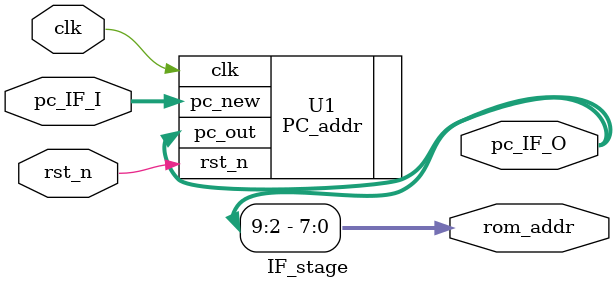
<source format=v>
`timescale 1ns / 1ps


module IF_stage(
    input clk,
    input rst_n,
    input [31:0] pc_IF_I,
    output [31:0] pc_IF_O,
    output [7:0] rom_addr
    );
    
    PC_addr U1(.clk(clk),.rst_n(rst_n),.pc_new(pc_IF_I),.pc_out(pc_IF_O));
    
    assign rom_addr=pc_IF_O[9:2];
endmodule

</source>
